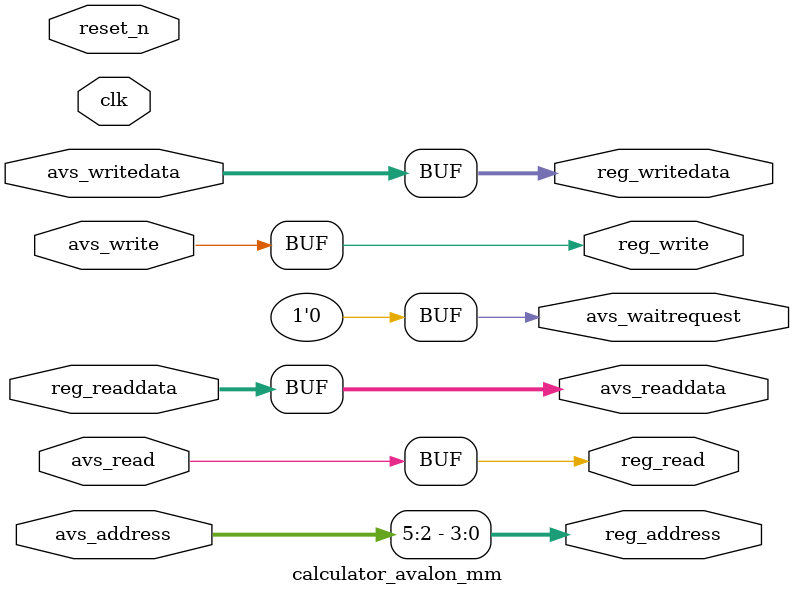
<source format=v>

module calculator_avalon_mm (
    // Clock and Reset
    input  wire        clk,
    input  wire        reset_n,

    // Avalon-MM Slave Interface
    input  wire [5:0]  avs_address,        // Byte address (6 bits = 64 bytes = 16 registers)
    input  wire        avs_read,           // Read request
    input  wire        avs_write,          // Write request
    input  wire [31:0] avs_writedata,      // Write data
    output wire [31:0] avs_readdata,       // Read data
    output wire        avs_waitrequest,    // Wait request (not used - zero wait states)

    // Calculator Register Interface
    output wire [3:0]  reg_address,        // Register address (word aligned)
    output wire        reg_write,          // Register write enable
    output wire        reg_read,           // Register read enable
    output wire [31:0] reg_writedata,      // Data to write to register
    input  wire [31:0] reg_readdata        // Data read from register
);

// ============================================================================
// Address Decoding
// ============================================================================
// Convert byte address to word address (divide by 4)
// avs_address[5:2] selects register (0-15)
assign reg_address = avs_address[5:2];

// ============================================================================
// Control Signals
// ============================================================================
// Direct pass-through with minimal latency
assign reg_write     = avs_write;
assign reg_read      = avs_read;
assign reg_writedata = avs_writedata;
assign avs_readdata  = reg_readdata;

// No wait states - single cycle read/write
assign avs_waitrequest = 1'b0;

// ============================================================================
// Register Map Summary
// ============================================================================
// Address (byte) | Register         | Access | Description
// ---------------|------------------|--------|----------------------------------
// 0x00           | CONTROL          | R/W    | [31]=start, [3:0]=operation
// 0x04           | OPERAND_A        | W      | 32-bit float operand A
// 0x08           | OPERAND_B        | W      | 32-bit float operand B
// 0x0C           | RESULT           | R      | 32-bit float result
// 0x10           | STATUS           | R      | [3:0]=buf_full,done,error,busy
// 0x14           | INT_ENABLE       | R/W    | [0]=interrupt enable
// 0x18           | BUFFER_CONTROL   | R/W    | [15:0]=window, [16]=reset
// 0x1C           | BUFFER_WRITE     | W      | Write price to buffer
// 0x20           | BUFFER_COUNT     | R      | Current buffer count
// 0x24           | EMA_ALPHA        | R/W    | EMA alpha parameter (float)
// 0x28           | CONFIG_FLAGS     | R/W    | Configuration bits
// 0x2C           | ERROR_CODE       | R      | Detailed error info
// 0x30-0x38      | Reserved         | -      | Future use
// 0x3C           | VERSION          | R      | IP version
// ============================================================================

endmodule

</source>
